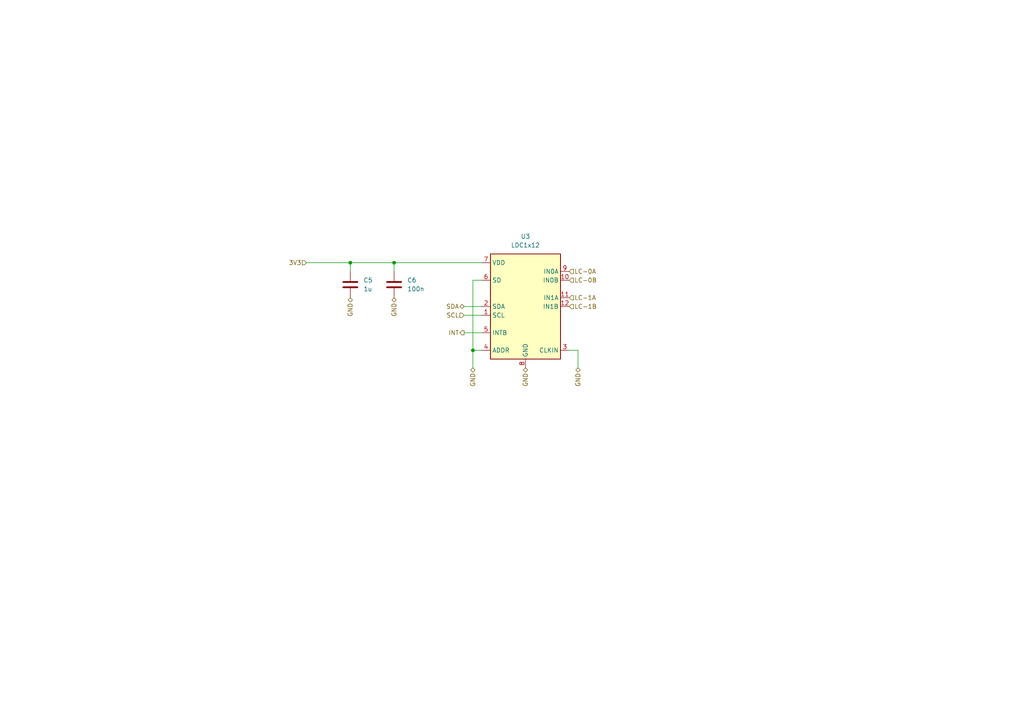
<source format=kicad_sch>
(kicad_sch (version 20230121) (generator eeschema)
  (paper "A4")
  (lib_symbols
    (symbol "Device:C" (pin_numbers hide) (pin_names (offset 0.254))
      (property "Reference" "C" (at 0.635 2.54 0))
      (property "Value" "C" (at 0.635 -2.54 0))
      (symbol "C_0_1"
        (polyline (pts (xy -2.032 -0.762) (xy 2.032 -0.762)) (stroke (width 0.508)))
        (polyline (pts (xy -2.032 0.762) (xy 2.032 0.762)) (stroke (width 0.508)))
      )
      (symbol "C_1_1"
        (pin passive line (at 0 3.81 270) (length 2.794) (name "~") (number "1"))
        (pin passive line (at 0 -3.81 90) (length 2.794) (name "~") (number "2"))
      )
    )
    (symbol "RKL-SpecialThings:LDC1x12"
      (property "Reference" "U" (at 0 7.62 0))
      (property "Value" "LDC1x12" (at 0 5.08 0))
      (symbol "LDC1x12_0_1"
        (rectangle (start -10.16 2.54) (end 10.16 -27.94) (stroke (width 0.254)) (fill (type background)))
      )
      (symbol "LDC1x12_1_1"
        (pin input line (at -12.7 -15.24 0) (length 2.54) (name "SCL") (number "1"))
        (pin input line (at 12.7 -5.08 180) (length 2.54) (name "IN0B") (number "10"))
        (pin input line (at 12.7 -10.16 180) (length 2.54) (name "IN1A") (number "11"))
        (pin input line (at 12.7 -12.7 180) (length 2.54) (name "IN1B") (number "12"))
        (pin passive line (at 0 -30.48 90) (length 2.54) hide (name "GND") (number "13"))
        (pin bidirectional line (at -12.7 -12.7 0) (length 2.54) (name "SDA") (number "2"))
        (pin input line (at 12.7 -25.4 180) (length 2.54) (name "CLKIN") (number "3"))
        (pin input line (at -12.7 -25.4 0) (length 2.54) (name "ADDR") (number "4"))
        (pin open_collector line (at -12.7 -20.32 0) (length 2.54) (name "INTB") (number "5"))
        (pin input line (at -12.7 -5.08 0) (length 2.54) (name "SD") (number "6"))
        (pin power_in line (at -12.7 0 0) (length 2.54) (name "VDD") (number "7"))
        (pin power_in line (at 0 -30.48 90) (length 2.54) (name "GND") (number "8"))
        (pin input line (at 12.7 -2.54 180) (length 2.54) (name "IN0A") (number "9"))
      )
    )
  )
  (junction (at 137.16 101.6))
  (junction (at 101.6 76.2))
  (junction (at 114.3 76.2))
  (wire (pts (xy 101.6 76.2) (xy 114.3 76.2)))
  (wire (pts (xy 167.64 106.68) (xy 167.64 101.6)))
  (wire (pts (xy 167.64 101.6) (xy 165.1 101.6)))
  (wire (pts (xy 134.62 88.9) (xy 139.7 88.9)))
  (wire (pts (xy 137.16 101.6) (xy 139.7 101.6)))
  (wire (pts (xy 114.3 76.2) (xy 139.7 76.2)))
  (wire (pts (xy 134.62 96.52) (xy 139.7 96.52)))
  (wire (pts (xy 101.6 78.74) (xy 101.6 76.2)))
  (wire (pts (xy 88.9 76.2) (xy 101.6 76.2)))
  (wire (pts (xy 134.62 91.44) (xy 139.7 91.44)))
  (wire (pts (xy 139.7 81.28) (xy 137.16 81.28)))
  (wire (pts (xy 137.16 81.28) (xy 137.16 101.6)))
  (wire (pts (xy 114.3 78.74) (xy 114.3 76.2)))
  (wire (pts (xy 137.16 106.68) (xy 137.16 101.6)))
  (hierarchical_label "LC-0A" (shape input) (at 165.1 78.74 0))
  (hierarchical_label "GND" (shape bidirectional) (at 167.64 106.68 270))
  (hierarchical_label "GND" (shape bidirectional) (at 152.4 106.68 270))
  (hierarchical_label "LC-1B" (shape input) (at 165.1 88.9 0))
  (hierarchical_label "GND" (shape bidirectional) (at 137.16 106.68 270))
  (hierarchical_label "GND" (shape bidirectional) (at 114.3 86.36 270))
  (hierarchical_label "LC-0B" (shape input) (at 165.1 81.28 0))
  (hierarchical_label "SCL" (shape input) (at 134.62 91.44 180))
  (hierarchical_label "SDA" (shape bidirectional) (at 134.62 88.9 180))
  (hierarchical_label "GND" (shape bidirectional) (at 101.6 86.36 270))
  (hierarchical_label "3V3" (shape input) (at 88.9 76.2 180))
  (hierarchical_label "INT" (shape output) (at 134.62 96.52 180))
  (hierarchical_label "LC-1A" (shape input) (at 165.1 86.36 0))
  (symbol (lib_id "RKL-SpecialThings:LDC1x12") (at 152.4 76.2 0) (unit 1)
    (property "Reference" "U3" (at 152.4 68.58 0))
    (property "Value" "LDC1x12" (at 152.4 71.12 0))
    (property "Footprint" "Package_SON:WSON-12-1EP_4x4mm_P0.5mm_EP2.6x3mm" (effects hide))
    (property "Datasheet" "https://www.ti.com/lit/ds/symlink/ldc1614.pdf?ts=1710291030647&ref_url=https%253A%252F%252Fwww.ti.com%252Fproduct%252FLDC1614" (effects hide))
  )
  (symbol (lib_id "Device:C") (at 114.3 82.55 0) (unit 1)
    (property "Reference" "C6" (at 118.11 81.28 0) (effects (justify left)))
    (property "Value" "100n" (at 118.11 83.82 0) (effects (justify left)))
    (property "Footprint" "Capacitor_SMD:C_0402_1005Metric" (effects hide))
    (property "LCSC" "C307331" (effects hide))
    (property "info" "50V, X7R" (effects hide))
    (property "Basic/Extended" "B" (effects hide))
    (instances (project "Watch" (path "" (reference "C6") (unit 1))) (project "ZakladniElektronika" (path "" (reference "C4") (unit 1))))
  )
  (symbol (lib_id "Device:C") (at 101.6 82.55 0) (unit 1)
    (property "Reference" "C5" (at 105.41 81.28 0) (effects (justify left)))
    (property "Value" "1u" (at 105.41 83.82 0) (effects (justify left)))
    (property "Footprint" "Capacitor_SMD:C_0402_1005Metric" (effects hide))
    (property "LCSC" "C1518208" (effects hide))
    (property "info" "50V, X5R (potenciálně C52923 což je 25V, X5R )" (effects hide))
    (property "Basic/Extended" "E" (effects hide))
    (property "JLCPCB_CORRECTION" "0;0;0" (effects hide))
    (instances (project "Watch" (path "" (reference "C5") (unit 1))) (project "ZakladniElektronika" (path "" (reference "C3") (unit 1))))
  )
)
</source>
